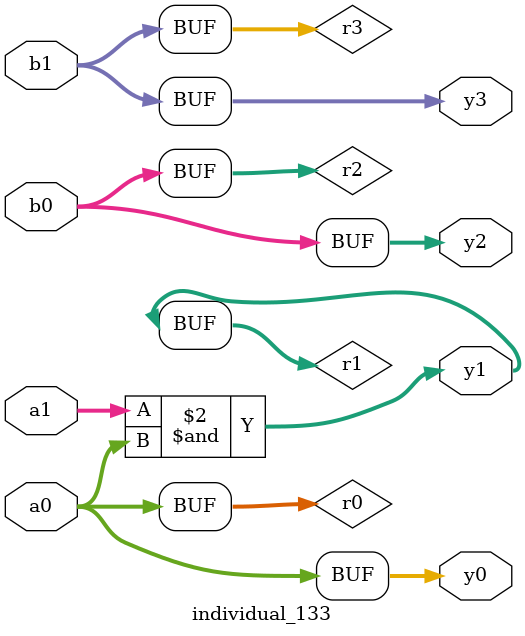
<source format=sv>
module individual_133(input logic [15:0] a1, input logic [15:0] a0, input logic [15:0] b1, input logic [15:0] b0, output logic [15:0] y3, output logic [15:0] y2, output logic [15:0] y1, output logic [15:0] y0);
logic [15:0] r0, r1, r2, r3; 
 always@(*) begin 
	 r0 = a0; r1 = a1; r2 = b0; r3 = b1; 
 	 r1  &=  a0 ;
 	 y3 = r3; y2 = r2; y1 = r1; y0 = r0; 
end
endmodule
</source>
